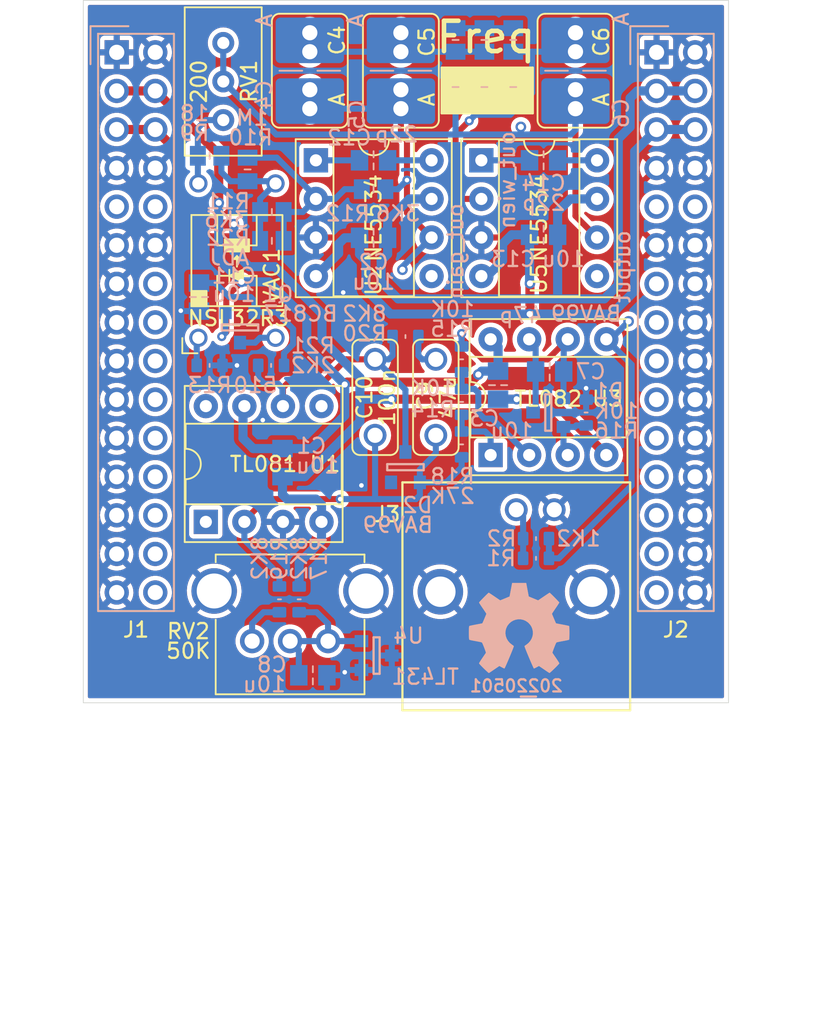
<source format=kicad_pcb>
(kicad_pcb (version 20211014) (generator pcbnew)
  (layers (0 "F.Cu" signal) (31 "B.Cu" signal) (34 "B.Paste" user) (35 "F.Paste" user) (36 "B.SilkS" user "B.Silkscreen") (37 "F.SilkS" user "F.Silkscreen") (38 "B.Mask" user) (39 "F.Mask" user) (44 "Edge.Cuts" user))
  (net 0 "")
  (net 1 "GND")
  (net 2 "-15V")
  (net 3 "+15V")
  (net 29 "/OUT_GAIN")
  (net 30 "Net-(C4-Pad2)")
  (net 31 "/OUTPUT")
  (net 32 "Net-(J3-Pad1)")
  (net 33 "Net-(R3-Pad2)")
  (net 34 "Net-(C6-Pad1)")
  (net 35 "Net-(R9-Pad1)")
  (net 36 "Net-(R10-Pad1)")
  (net 37 "Net-(C7-Pad1)")
  (net 38 "Net-(C7-Pad2)")
  (net 39 "Net-(C10-Pad1)")
  (net 40 "Net-(R13-Pad2)")
  (net 41 "/GAIN")
  (net 42 "Net-(C8-Pad2)")
  (net 43 "Net-(C10-Pad2)")
  (net 44 "Net-(C9-Pad2)")
  (net 45 "Net-(D1-Pad2)")
  (net 46 "Net-(C11-Pad2)")
  (net 47 "/GAIN_INPUT")
  (net 48 "Net-(R19-Pad2)")
  (net 50 "Net-(C12-Pad1)")
  (net 51 "Net-(R14-Pad2)")
  (net 52 "/+15_OSC")
  (net 53 "/-15_OSC")
  (net 54 "Net-(C12-Pad2)")
  (net 55 "/OUT_BRIDGE")
  (net 56 "Net-(C14-Pad1)")
  (net 57 "Net-(C14-Pad2)")
  (net 58 "Net-(R6-Pad1)")
  (net 59 "Net-(R10-Pad2)")
  (footprint "SquantorRcl:C-025_050-050X100-0805-3516-film" (layer "F.Cu") (at 157.5 73.6 90)
    (fp_text reference "C4")
    (fp_text value "A")
  )
  (footprint "SquantorLabels:Label_Note_medium" (layer "F.Cu") (at 166.1875 74.9)
    (fp_text reference "N3" hide)
    (fp_text value "Freq")
  )
  (footprint "Package_DIP:DIP-8_W7.62mm_Socket" (layer "F.Cu") (at 150.65 103.3 90)
    (fp_text reference "U1")
    (fp_text value "TL081")
  )
  (footprint "SquantorRcl:C-050-030X100-film" (layer "F.Cu") (at 161.8 95.1 90)
    (fp_text reference "C10")
    (fp_text value "100n")
  )
  (footprint "Potentiometer_THT:Potentiometer_Bourns_3296W_Vertical" (layer "F.Cu") (at 151.8 76.85 -90)
    (fp_text reference "RV1")
    (fp_text value "200")
  )
  (footprint "SquantorRcl:C-025_050-050X100-0805-3516-film" (layer "F.Cu") (at 163.5 73.6 90)
    (fp_text reference "C5")
    (fp_text value "A")
  )
  (footprint "SquantorRcl:C-025_050-050X100-0805-3516-film" (layer "F.Cu") (at 175 73.6 -90)
    (fp_text reference "C6")
    (fp_text value "A")
  )
  (footprint "SquantorOpto:NSL32SR3" (layer "F.Cu") (at 152.7 86.1 90)
    (fp_text reference "VAC1")
    (fp_text value "NSL32R3")
  )
  (footprint "Package_DIP:DIP-8_W7.62mm_Socket" (layer "F.Cu") (at 168.8 79.5)
    (fp_text reference "U5")
    (fp_text value "NE5534")
  )
  (footprint "SquantorRcl:C-050-030X100-film" (layer "F.Cu") (at 165.8 95.1 90)
    (fp_text reference "C9")
    (fp_text value "47u")
  )
  (footprint "SquantorConnectorsNamed:module_2x15_right" (layer "F.Cu") (at 181.61 90.17)
    (fp_text reference "J2")
    (fp_text value "module_2x15_right_input")
  )
  (footprint "SquantorRcl:POT_ALPS_RK09K111" (layer "F.Cu") (at 156.2 107.85)
    (fp_text reference "RV2")
    (fp_text value "50K")
  )
  (footprint "SquantorConnectors:Conn_BNC_RightAngle_TH" (layer "F.Cu") (at 171.1 107.9 180)
    (fp_text reference "J3")
    (fp_text value "Coax")
  )
  (footprint "Package_DIP:DIP-8_W7.62mm_Socket" (layer "F.Cu") (at 157.9 79.5)
    (fp_text reference "U2")
    (fp_text value "NE5534")
  )
  (footprint "SquantorConnectorsNamed:module_2x15_left" (layer "F.Cu") (at 146.05 90.17)
    (fp_text reference "J1")
    (fp_text value "module_2x15_left_input")
  )
  (footprint "Package_DIP:DIP-8_W7.62mm_Socket" (layer "F.Cu") (at 169.41 98.9 90)
    (fp_text reference "U3")
    (fp_text value "TL082")
  )
  (footprint "SquantorLabels:Label_Generic" (layer "B.Cu") (at 171.9 114.2 180)
    (fp_text reference "N1" hide)
    (fp_text value "20220501")
  )
  (footprint "Symbol:OSHW-Symbol_6.7x6mm_SilkScreen" (layer "B.Cu") (at 171.3 110.3 180)
    (fp_text reference "N2" hide)
    (fp_text value "OHWLOGO" hide)
  )
  (footprint "SquantorRcl:C_0805+0603" (layer "B.Cu") (at 169.9 94.3 90)
    (fp_text reference "C3")
    (fp_text value "10u")
  )
  (footprint "SquantorIC:SOT23-3" (layer "B.Cu") (at 161.9 112.1)
    (fp_text reference "U4")
    (fp_text value "TL431")
  )
  (footprint "SquantorRcl:R_0603_hand" (layer "B.Cu") (at 172.4 104.4)
    (fp_text reference "R2")
    (fp_text value "1K2")
  )
  (footprint "SquantorRcl:R_0805+0603" (layer "B.Cu") (at 170.9 74.675 90)
    (fp_text reference "R7")
    (fp_text value "D")
  )
  (footprint "SquantorRcl:R_0603_hand" (layer "B.Cu") (at 172.4 105.7)
    (fp_text reference "R1")
    (fp_text value "1K2")
  )
  (footprint "SquantorRcl:R_0805+0603" (layer "B.Cu") (at 169 71.575 90)
    (fp_text reference "R4")
    (fp_text value "C/2")
  )
  (footprint "SquantorRcl:R_0805+0603" (layer "B.Cu") (at 155 84.8)
    (fp_text reference "R22")
    (fp_text value "ADJ")
  )
  (footprint "SquantorIC:SOT23-3" (layer "B.Cu") (at 152.9 90.5 -90)
    (fp_text reference "Q1")
    (fp_text value "BC817")
  )
  (footprint "SquantorRcl:R_0603_hand" (layer "B.Cu") (at 167.5 95.4 90)
    (fp_text reference "R14")
    (fp_text value "10K")
  )
  (footprint "SquantorTestPoints:TestPoint_hole_H04R07" (layer "B.Cu") (at 178.5 90.1 180)
    (fp_text reference "TP3" hide)
    (fp_text value "output")
  )
  (footprint "SquantorRcl:R_0603_hand" (layer "B.Cu") (at 155.5 108.4 -90)
    (fp_text reference "R19")
    (fp_text value "8K2")
  )
  (footprint "SquantorRcl:C_0805+0603" (layer "B.Cu") (at 172.9 84.4)
    (fp_text reference "C13")
    (fp_text value "10u")
  )
  (footprint "SquantorRcl:R_0603_hand" (layer "B.Cu") (at 154.95 93 180)
    (fp_text reference "R21")
    (fp_text value "2K2")
  )
  (footprint "SquantorTestPoints:TestPoint_hole_H04R07" (layer "B.Cu") (at 163.6 86.7 180)
    (fp_text reference "TP1" hide)
    (fp_text value "out_gain")
  )
  (footprint "SquantorIC:SOT23-3" (layer "B.Cu") (at 173.21 96.1 180)
    (fp_text reference "D1")
    (fp_text value "BAV99")
  )
  (footprint "SquantorRcl:C_0805+0603" (layer "B.Cu") (at 150.2 88.5 90)
    (fp_text reference "C11")
    (fp_text value "10u")
  )
  (footprint "SquantorRcl:R_0603_hand" (layer "B.Cu") (at 167.5 98.2 90)
    (fp_text reference "R18")
    (fp_text value "27K")
  )
  (footprint "SquantorRcl:R_0805+0603" (layer "B.Cu") (at 167.1 71.575 90)
    (fp_text reference "R3")
    (fp_text value "B/2")
  )
  (footprint "SquantorRcl:R_0805+0603" (layer "B.Cu") (at 150.9 79.2)
    (fp_text reference "R9")
    (fp_text value "18")
  )
  (footprint "SquantorRcl:R_0805+0603" (layer "B.Cu") (at 161.7 81.4)
    (fp_text reference "R12")
    (fp_text value "3K6")
  )
  (footprint "SquantorRcl:R_0805+0603" (layer "B.Cu") (at 170.9 71.575 -90)
    (fp_text reference "R5")
    (fp_text value "D/2")
  )
  (footprint "SquantorRcl:R_0805+0603" (layer "B.Cu") (at 153.4 80.1 90)
    (fp_text reference "R10")
    (fp_text value "1M")
  )
  (footprint "SquantorRcl:R_0603_hand" (layer "B.Cu") (at 156.8 108.4 90)
    (fp_text reference "R17")
    (fp_text value "8K2")
  )
  (footprint "SquantorRcl:R_0805+0603" (layer "B.Cu") (at 167.1 74.675 -90)
    (fp_text reference "R6")
    (fp_text value "B")
  )
  (footprint "SquantorRcl:R_0805+0603" (layer "B.Cu") (at 155 82.9)
    (fp_text reference "R11")
    (fp_text value "3K6")
  )
  (footprint "SquantorRcl:C_0805+0603" (layer "B.Cu") (at 161.7 79.5)
    (fp_text reference "C12")
    (fp_text value "22p")
  )
  (footprint "SquantorRcl:R_0805+0603" (layer "B.Cu") (at 169 74.675 -90)
    (fp_text reference "R8")
    (fp_text value "C")
  )
  (footprint "SquantorRcl:C_0805+0603" (layer "B.Cu") (at 172.9 79.5)
    (fp_text reference "C14")
    (fp_text value "22p")
  )
  (footprint "SquantorRcl:C_0805+0603" (layer "B.Cu") (at 161.7 84.6)
    (fp_text reference "C2")
    (fp_text value "10u")
  )
  (footprint "SquantorTestPoints:TestPoint_hole_H04R07" (layer "B.Cu") (at 171.4 77.3 180)
    (fp_text reference "TP2" hide)
    (fp_text value "out_wien")
  )
  (footprint "SquantorRcl:C_0805+0603" (layer "B.Cu") (at 157.7 113.4 180)
    (fp_text reference "C8")
    (fp_text value "10u")
  )
  (footprint "SquantorRcl:C_0805+0603" (layer "B.Cu") (at 173.3 93.4)
    (fp_text reference "C7")
    (fp_text value "47p")
  )
  (footprint "SquantorRcl:R_0603_hand" (layer "B.Cu") (at 175.7 96.1 -90)
    (fp_text reference "R16")
    (fp_text value "10K")
  )
  (footprint "SquantorRcl:R_0603_hand" (layer "B.Cu") (at 167.5 92.6 90)
    (fp_text reference "R15")
    (fp_text value "10K")
  )
  (footprint "SquantorRcl:C_0805+0603" (layer "B.Cu") (at 155.7 99.4 90)
    (fp_text reference "C1")
    (fp_text value "10u")
  )
  (footprint "SquantorIC:SOT23-3" (layer "B.Cu") (at 163.8 99.7 90)
    (fp_text reference "D2")
    (fp_text value "BAV99")
  )
  (footprint "SquantorRcl:R_0603_hand" (layer "B.Cu") (at 150.9 93 180)
    (fp_text reference "R13")
    (fp_text value "510")
  )
  (footprint "SquantorRcl:R_0603_hand" (layer "B.Cu") (at 163.8 91.1)
    (fp_text reference "R20")
    (fp_text value "8K2")
  )
  (gr_rect (start 142.58 68.97) (end 185.08 115.21) (layer "Edge.Cuts") (width 0.05) (fill none))
  (via (at 154.4 96.6) (size 0.6) (drill 0.3) (layers "F.Cu" "B.Cu") (net 1))
  (via (at 160.9 100.9) (size 0.6) (drill 0.3) (layers "F.Cu" "B.Cu") (net 1))
  (via (at 159.8 113.2) (size 0.6) (drill 0.3) (layers "F.Cu" "B.Cu") (net 1))
  (via (at 149 89.4) (size 0.6) (drill 0.3) (layers "F.Cu" "B.Cu") (net 1))
  (via (at 152.7 93) (size 0.6) (drill 0.3) (layers "F.Cu" "B.Cu") (net 1))
  (via (at 159.7 88.2) (size 0.6) (drill 0.3) (layers "F.Cu" "B.Cu") (net 1))
  (via (at 175.7 94.5) (size 0.6) (drill 0.3) (layers "F.Cu" "B.Cu") (net 1))
  (segment (start 147.32 77.47) (end 148.8 78.95) (width 0.6) (layer "F.Cu") (net 2))
  (segment (start 162.875 95.225) (end 171.125001 95.225001) (width 0.6) (layer "F.Cu") (net 2))
  (segment (start 177.03 98.9) (end 173.355001 95.225001) (width 0.6) (layer "F.Cu") (net 2))
  (segment (start 144.78 77.47) (end 147.32 77.47) (width 0.6) (layer "F.Cu") (net 2))
  (segment (start 148.8 81.4) (end 151.1 83.7) (width 0.6) (layer "F.Cu") (net 2))
  (segment (start 173.355001 95.225001) (end 171.125001 95.225001) (width 0.6) (layer "F.Cu") (net 2))
  (segment (start 151.1 83.7) (end 152.5 83.7) (width 0.6) (layer "F.Cu") (net 2))
  (segment (start 148.8 78.95) (end 148.8 81.4) (width 0.6) (layer "F.Cu") (net 2))
  (via (at 162.875 95.225) (size 0.7) (drill 0.4) (layers "F.Cu" "B.Cu") (net 2))
  (via (at 171.125001 95.225001) (size 0.7) (drill 0.4) (layers "F.Cu" "B.Cu") (net 2))
  (via (at 152.5 83.7) (size 0.7) (drill 0.4) (layers "F.Cu" "B.Cu") (net 2))
  (segment (start 158.3 89.6) (end 158.3 91.3) (width 0.6) (layer "B.Cu") (net 2))
  (segment (start 160.8 95.05) (end 160.975 95.225) (width 0.6) (layer "B.Cu") (net 2))
  (segment (start 152.5 83.7) (end 152.5 85.5) (width 0.6) (layer "B.Cu") (net 2))
  (segment (start 156 101.8) (end 157.9 101.8) (width 0.6) (layer "B.Cu") (net 2))
  (segment (start 155.7 100.325) (end 155.7 101.5) (width 0.6) (layer "B.Cu") (net 2))
  (segment (start 160.8 93.8) (end 160.8 95.05) (width 0.6) (layer "B.Cu") (net 2))
  (segment (start 158.27 104.53) (end 156.8 106) (width 0.6) (layer "B.Cu") (net 2))
  (segment (start 158.27 102.17) (end 158.27 103.3) (width 0.6) (layer "B.Cu") (net 2))
  (segment (start 152.5 85.5) (end 153.5 86.5) (width 0.6) (layer "B.Cu") (net 2))
  (segment (start 160.975 95.225) (end 162.875 95.225) (width 0.6) (layer "B.Cu") (net 2))
  (segment (start 153.5 86.5) (end 155.2 86.5) (width 0.6) (layer "B.Cu") (net 2))
  (segment (start 158.3 91.3) (end 160.8 93.8) (width 0.6) (layer "B.Cu") (net 2))
  (segment (start 157.165811 100.325) (end 155.7 100.325) (width 0.6) (layer "B.Cu") (net 2))
  (segment (start 157.9 101.8) (end 158.27 102.17) (width 0.6) (layer "B.Cu") (net 2))
  (segment (start 158.27 103.3) (end 158.27 104.53) (width 0.6) (layer "B.Cu") (net 2))
  (segment (start 155.2 86.5) (end 158.3 89.6) (width 0.6) (layer "B.Cu") (net 2))
  (segment (start 156.8 106) (end 156.8 107.55) (width 0.6) (layer "B.Cu") (net 2))
  (segment (start 160.8 96.690811) (end 157.165811 100.325) (width 0.6) (layer "B.Cu") (net 2))
  (segment (start 155.7 101.5) (end 156 101.8) (width 0.6) (layer "B.Cu") (net 2))
  (segment (start 160.8 95) (end 160.8 96.690811) (width 0.6) (layer "B.Cu") (net 2))
  (segment (start 169.9 95.225) (end 171.125001 95.225001) (width 0.6) (layer "B.Cu") (net 2))
  (segment (start 159.800001 94.257496) (end 159.957497 94.1) (width 0.6) (layer "F.Cu") (net 3))
  (segment (start 159.957497 94.1) (end 168.1 94.1) (width 0.6) (layer "F.Cu") (net 3))
  (segment (start 151.5 79.1) (end 151.500001 82.299999) (width 0.6) (layer "F.Cu") (net 3))
  (segment (start 147.32 74.93) (end 147.33 74.93) (width 0.6) (layer "F.Cu") (net 3))
  (segment (start 152 88.5) (end 153 87.5) (width 0.4) (layer "F.Cu") (net 3))
  (segment (start 168.1 94.1) (end 168.6 93.6) (width 0.6) (layer "F.Cu") (net 3))
  (segment (start 152 90.8) (end 152 88.5) (width 0.4) (layer "F.Cu") (net 3))
  (segment (start 151.7 91.1) (end 152 90.8) (width 0.4) (layer "F.Cu") (net 3))
  (segment (start 144.78 74.93) (end 147.32 74.93) (width 0.6) (layer "F.Cu") (net 3))
  (segment (start 147.33 74.93) (end 151.5 79.1) (width 0.6) (layer "F.Cu") (net 3))
  (via (at 159.800001 94.257496) (size 0.7) (drill 0.4) (layers "F.Cu" "B.Cu") (net 3))
  (via (at 153 87.5) (size 0.7) (drill 0.4) (layers "F.Cu" "B.Cu") (net 3))
  (via (at 151.500001 82.299999) (size 0.7) (drill 0.4) (layers "F.Cu" "B.Cu") (net 3))
  (via (at 168.6 93.6) (size 0.7) (drill 0.4) (layers "F.Cu" "B.Cu") (net 3))
  (via (at 151.7 91.1) (size 0.6) (drill 0.3) (layers "F.Cu" "B.Cu") (net 3))
  (segment (start 159.8 96.3) (end 159.800001 94.257496) (width 0.6) (layer "B.Cu") (net 3))
  (segment (start 153 87.5) (end 154.8 87.5) (width 0.6) (layer "B.Cu") (net 3))
  (segment (start 157.3 91.757495) (end 159.800001 94.257496) (width 0.6) (layer "B.Cu") (net 3))
  (segment (start 168.825 93.375) (end 168.6 93.6) (width 0.6) (layer "B.Cu") (net 3))
  (segment (start 153 87.5) (end 151.500001 86.000001) (width 0.6) (layer "B.Cu") (net 3))
  (segment (start 151.500001 86.000001) (end 151.500001 82.299999) (width 0.6) (layer "B.Cu") (net 3))
  (segment (start 153.775 98.475) (end 153.1 97.8) (width 0.6) (layer "B.Cu") (net 3))
  (segment (start 169.9 93.375) (end 169.9 91.77) (width 0.6) (layer "B.Cu") (net 3))
  (segment (start 153.1 97.8) (end 153.1 95.77) (width 0.6) (layer "B.Cu") (net 3))
  (segment (start 155.7 98.475) (end 157.625 98.475) (width 0.6) (layer "B.Cu") (net 3))
  (segment (start 155.7 98.475) (end 153.775 98.475) (width 0.6) (layer "B.Cu") (net 3))
  (segment (start 157.3 90) (end 157.3 91.757495) (width 0.6) (layer "B.Cu") (net 3))
  (segment (start 169.9 93.375) (end 168.825 93.375) (width 0.6) (layer "B.Cu") (net 3))
  (segment (start 153.1 95.77) (end 153.19 95.68) (width 0.6) (layer "B.Cu") (net 3))
  (segment (start 154.8 87.5) (end 157.3 90) (width 0.6) (layer "B.Cu") (net 3))
  (segment (start 169.9 91.77) (end 169.41 91.28) (width 0.6) (layer "B.Cu") (net 3))
  (segment (start 157.625 98.475) (end 159.8 96.3) (width 0.6) (layer "B.Cu") (net 3))
  (segment (start 151.95 89.5) (end 151.95 90.85) (width 0.4) (layer "B.Cu") (net 3))
  (segment (start 151.95 90.85) (end 151.7 91.1) (width 0.4) (layer "B.Cu") (net 3))
  (segment (start 163.5 77.8) (end 163.5 76.1) (width 0.4) (layer "F.Cu") (net 29))
  (segment (start 163.9 82.96) (end 165.52 84.58) (width 0.4) (layer "F.Cu") (net 29))
  (segment (start 163.9 80.8) (end 163.9 78.2) (width 0.4) (layer "F.Cu") (net 29))
  (segment (start 163.9 78.2) (end 163.5 77.8) (width 0.4) (layer "F.Cu") (net 29))
  (segment (start 163.9 80.8) (end 163.9 82.96) (width 0.4) (layer "F.Cu") (net 29))
  (via (at 163.9 80.8) (size 0.6) (drill 0.3) (layers "F.Cu" "B.Cu") (net 29))
  (segment (start 165.52 84.58) (end 163.6 86.5) (width 0.4) (layer "B.Cu") (net 29))
  (segment (start 157.5 76.1) (end 163.5 76.1) (width 0.4) (layer "B.Cu") (net 29))
  (segment (start 162.475 81.4) (end 163.3 81.4) (width 0.4) (layer "B.Cu") (net 29))
  (segment (start 163.3 81.4) (end 163.9 80.8) (width 0.4) (layer "B.Cu") (net 29))
  (segment (start 163.6 86.5) (end 163.6 86.7) (width 0.4) (layer "B.Cu") (net 29))
  (segment (start 157.5 72.35) (end 163.5 72.35) (width 0.4) (layer "B.Cu") (net 30))
  (segment (start 167.1 72.35) (end 169 72.35) (width 0.4) (layer "B.Cu") (net 30))
  (segment (start 167.1 72.35) (end 163.5 72.35) (width 0.4) (layer "B.Cu") (net 30))
  (segment (start 177.32 91.28) (end 178.5 90.1) (width 0.4) (layer "B.Cu") (net 31))
  (segment (start 173.9 105.7) (end 178.7 100.9) (width 0.4) (layer "B.Cu") (net 31))
  (segment (start 178.7 100.9) (end 178.7 92.95) (width 0.4) (layer "B.Cu") (net 31))
  (segment (start 177.03 91.28) (end 177.32 91.28) (width 0.4) (layer "B.Cu") (net 31))
  (segment (start 173.25 105.7) (end 173.25 104.4) (width 0.4) (layer "B.Cu") (net 31))
  (segment (start 173.25 105.7) (end 173.9 105.7) (width 0.4) (layer "B.Cu") (net 31))
  (segment (start 178.7 92.95) (end 177.03 91.28) (width 0.4) (layer "B.Cu") (net 31))
  (segment (start 171.55 105.7) (end 171.55 104.4) (width 0.4) (layer "B.Cu") (net 32))
  (segment (start 171.55 104.4) (end 171.55 102.95) (width 0.4) (layer "B.Cu") (net 32))
  (segment (start 171.55 102.95) (end 171.1 102.5) (width 0.4) (layer "B.Cu") (net 32))
  (segment (start 167.1 70.8) (end 169 70.8) (width 0.4) (layer "B.Cu") (net 33))
  (segment (start 169 70.8) (end 170.9 70.8) (width 0.4) (layer "B.Cu") (net 33))
  (segment (start 167.1 77.8) (end 167.1 81.5) (width 0.4) (layer "F.Cu") (net 34))
  (segment (start 167.64 82.04) (end 168.8 82.04) (width 0.4) (layer "F.Cu") (net 34))
  (segment (start 168 76.9) (end 167.1 77.8) (width 0.4) (layer "F.Cu") (net 34))
  (segment (start 167.1 81.5) (end 167.64 82.04) (width 0.4) (layer "F.Cu") (net 34))
  (via (at 168 76.9) (size 0.6) (drill 0.3) (layers "F.Cu" "B.Cu") (net 34))
  (segment (start 171.75 75.45) (end 172.15 75.05) (width 0.4) (layer "B.Cu") (net 34))
  (segment (start 170.9 76.3) (end 170.7 76.5) (width 0.4) (layer "B.Cu") (net 34))
  (segment (start 168.4 76.5) (end 168 76.9) (width 0.4) (layer "B.Cu") (net 34))
  (segment (start 175 72.35) (end 172.15 72.35) (width 0.4) (layer "B.Cu") (net 34))
  (segment (start 172.15 75.05) (end 172.15 72.35) (width 0.4) (layer "B.Cu") (net 34))
  (segment (start 170.7 76.5) (end 168.4 76.5) (width 0.4) (layer "B.Cu") (net 34))
  (segment (start 172.15 72.35) (end 170.9 72.35) (width 0.4) (layer "B.Cu") (net 34))
  (segment (start 170.9 75.45) (end 171.75 75.45) (width 0.4) (layer "B.Cu") (net 34))
  (segment (start 170.9 75.45) (end 170.9 76.3) (width 0.4) (layer "B.Cu") (net 34))
  (segment (start 150.65 76.85) (end 150.125 77.375) (width 0.4) (layer "B.Cu") (net 35))
  (segment (start 151.8 76.85) (end 150.65 76.85) (width 0.4) (layer "B.Cu") (net 35))
  (segment (start 150.125 77.375) (end 150.125 79.2) (width 0.4) (layer "B.Cu") (net 35))
  (segment (start 150.125 80.985) (end 150.125 79.2) (width 0.4) (layer "B.Cu") (net 35))
  (segment (start 150.16 81.02) (end 150.125 80.985) (width 0.4) (layer "B.Cu") (net 35))
  (segment (start 154.225 82.035) (end 155.24 81.02) (width 0.4) (layer "B.Cu") (net 36))
  (segment (start 154.225 82.9) (end 154.225 82.035) (width 0.4) (layer "B.Cu") (net 36))
  (segment (start 152.275 80.875) (end 151.675 80.275) (width 0.4) (layer "B.Cu") (net 36))
  (segment (start 153.4 80.875) (end 152.275 80.875) (width 0.4) (layer "B.Cu") (net 36))
  (segment (start 155.095 80.875) (end 155.24 81.02) (width 0.4) (layer "B.Cu") (net 36))
  (segment (start 154.225 82.9) (end 154.225 84.8) (width 0.4) (layer "B.Cu") (net 36))
  (segment (start 153.4 80.875) (end 155.095 80.875) (width 0.4) (layer "B.Cu") (net 36))
  (segment (start 151.675 80.275) (end 151.675 79.2) (width 0.4) (layer "B.Cu") (net 36))
  (segment (start 172.375 95.935) (end 172.375 93.4) (width 0.4) (layer "B.Cu") (net 37))
  (segment (start 171.95 91.28) (end 172.375 91.705) (width 0.4) (layer "B.Cu") (net 37))
  (segment (start 172.375 91.705) (end 172.375 93.4) (width 0.4) (layer "B.Cu") (net 37))
  (segment (start 172.21 96.1) (end 172.375 95.935) (width 0.4) (layer "B.Cu") (net 37))
  (segment (start 173.17 92.6) (end 168.891522 92.6) (width 0.4) (layer "F.Cu") (net 38))
  (segment (start 167.5 91.208478) (end 167.5 90.9) (width 0.4) (layer "F.Cu") (net 38))
  (segment (start 174.49 91.28) (end 173.17 92.6) (width 0.4) (layer "F.Cu") (net 38))
  (segment (start 168.891522 92.6) (end 167.5 91.208478) (width 0.4) (layer "F.Cu") (net 38))
  (via (at 167.5 90.9) (size 0.6) (drill 0.3) (layers "F.Cu" "B.Cu") (net 38))
  (segment (start 167.5 91.75) (end 167.5 90.9) (width 0.4) (layer "B.Cu") (net 38))
  (segment (start 174.21 93.415) (end 174.225 93.4) (width 0.4) (layer "B.Cu") (net 38))
  (segment (start 174.21 95.15) (end 174.21 93.415) (width 0.4) (layer "B.Cu") (net 38))
  (segment (start 174.225 91.545) (end 174.49 91.28) (width 0.4) (layer "B.Cu") (net 38))
  (segment (start 174.225 93.4) (end 174.225 91.545) (width 0.4) (layer "B.Cu") (net 38))
  (segment (start 153.19 103.3) (end 153.19 103.21) (width 0.4) (layer "F.Cu") (net 39))
  (segment (start 154.6 101.8) (end 159.5 101.8) (width 0.4) (layer "F.Cu") (net 39))
  (segment (start 153.19 103.21) (end 154.6 101.8) (width 0.4) (layer "F.Cu") (net 39))
  (via (at 159.5 101.8) (size 0.6) (drill 0.3) (layers "F.Cu" "B.Cu") (net 39))
  (segment (start 161.8 97.6) (end 161.8 101.8) (width 0.4) (layer "B.Cu") (net 39))
  (segment (start 165.8 98.8) (end 164.75 99.85) (width 0.4) (layer "B.Cu") (net 39))
  (segment (start 167.5 99.7) (end 166.5 100.7) (width 0.4) (layer "B.Cu") (net 39))
  (segment (start 167.5 99.05) (end 167.5 99.7) (width 0.4) (layer "B.Cu") (net 39))
  (segment (start 155.5 106.8) (end 155.5 107.55) (width 0.4) (layer "B.Cu") (net 39))
  (segment (start 153.19 103.3) (end 153.19 104.49) (width 0.4) (layer "B.Cu") (net 39))
  (segment (start 164.75 101.55) (end 164.75 100.7) (width 0.4) (layer "B.Cu") (net 39))
  (segment (start 164.5 101.8) (end 164.75 101.55) (width 0.4) (layer "B.Cu") (net 39))
  (segment (start 166.5 100.7) (end 164.75 100.7) (width 0.4) (layer "B.Cu") (net 39))
  (segment (start 165.8 97.6) (end 165.8 98.8) (width 0.4) (layer "B.Cu") (net 39))
  (segment (start 159.5 101.8) (end 162.2 101.8) (width 0.4) (layer "B.Cu") (net 39))
  (segment (start 162.1 101.8) (end 164.5 101.8) (width 0.4) (layer "B.Cu") (net 39))
  (segment (start 153.19 104.49) (end 155.5 106.8) (width 0.4) (layer "B.Cu") (net 39))
  (segment (start 164.75 99.85) (end 164.75 100.7) (width 0.4) (layer "B.Cu") (net 39))
  (segment (start 150.05 93) (end 150.05 91.29) (width 0.4) (layer "B.Cu") (net 40))
  (segment (start 150.05 91.29) (end 150.16 91.18) (width 0.4) (layer "B.Cu") (net 40))
  (segment (start 154.22 91.18) (end 155.24 91.18) (width 0.4) (layer "B.Cu") (net 41))
  (segment (start 152.9 91.5) (end 153.9 91.5) (width 0.4) (layer "B.Cu") (net 41))
  (segment (start 153.9 91.5) (end 154.22 91.18) (width 0.4) (layer "B.Cu") (net 41))
  (segment (start 160.9 111.15) (end 158.7 111.15) (width 0.4) (layer "B.Cu") (net 42))
  (segment (start 157.95 109.25) (end 158.7 110) (width 0.4) (layer "B.Cu") (net 42))
  (segment (start 158.7 111.15) (end 156.2 111.15) (width 0.4) (layer "B.Cu") (net 42))
  (segment (start 156.2 111.15) (end 156.775 111.725) (width 0.4) (layer "B.Cu") (net 42))
  (segment (start 156.775 111.725) (end 156.775 113.4) (width 0.4) (layer "B.Cu") (net 42))
  (segment (start 158.7 110) (end 158.7 111.15) (width 0.4) (layer "B.Cu") (net 42))
  (segment (start 156.8 109.25) (end 157.95 109.25) (width 0.4) (layer "B.Cu") (net 42))
  (segment (start 161.8 92.6) (end 159.9 92.6) (width 0.4) (layer "F.Cu") (net 43))
  (segment (start 158.3 94.2) (end 156 94.2) (width 0.4) (layer "F.Cu") (net 43))
  (segment (start 159.9 92.6) (end 158.3 94.2) (width 0.4) (layer "F.Cu") (net 43))
  (segment (start 155.73 94.47) (end 155.73 95.68) (width 0.4) (layer "F.Cu") (net 43))
  (segment (start 156 94.2) (end 155.73 94.47) (width 0.4) (layer "F.Cu") (net 43))
  (segment (start 155.4 94.2) (end 155.7 94.5) (width 0.4) (layer "B.Cu") (net 43))
  (segment (start 154.5 94.2) (end 155.4 94.2) (width 0.4) (layer "B.Cu") (net 43))
  (segment (start 154.1 93) (end 154.1 93.8) (width 0.4) (layer "B.Cu") (net 43))
  (segment (start 154.1 93.8) (end 154.5 94.2) (width 0.4) (layer "B.Cu") (net 43))
  (segment (start 162.95 92.35) (end 162.7 92.6) (width 0.4) (layer "B.Cu") (net 43))
  (segment (start 155.7 94.5) (end 155.7 95.65) (width 0.4) (layer "B.Cu") (net 43))
  (segment (start 155.7 95.65) (end 155.73 95.68) (width 0.4) (layer "B.Cu") (net 43))
  (segment (start 162.7 92.6) (end 161.8 92.6) (width 0.4) (layer "B.Cu") (net 43))
  (segment (start 163.8 98.7) (end 163.8 94.6) (width 0.4) (layer "B.Cu") (net 43))
  (segment (start 163.8 94.6) (end 161.8 92.6) (width 0.4) (layer "B.Cu") (net 43))
  (segment (start 162.95 91.1) (end 162.95 92.35) (width 0.4) (layer "B.Cu") (net 43))
  (segment (start 164.9 92.6) (end 165.8 92.6) (width 0.4) (layer "B.Cu") (net 44))
  (segment (start 164.65 91.1) (end 164.65 92.35) (width 0.4) (layer "B.Cu") (net 44))
  (segment (start 164.65 92.35) (end 164.9 92.6) (width 0.4) (layer "B.Cu") (net 44))
  (segment (start 174.95 97.05) (end 174.21 97.05) (width 0.4) (layer "B.Cu") (net 45))
  (segment (start 174.21 97.05) (end 174.21 98.62) (width 0.4) (layer "B.Cu") (net 45))
  (segment (start 174.21 98.62) (end 174.49 98.9) (width 0.4) (layer "B.Cu") (net 45))
  (segment (start 175.05 96.95) (end 174.95 97.05) (width 0.4) (layer "B.Cu") (net 45))
  (segment (start 175.7 96.95) (end 175.05 96.95) (width 0.4) (layer "B.Cu") (net 45))
  (segment (start 153.85 88.75) (end 153.6 88.5) (width 0.4) (layer "B.Cu") (net 46))
  (segment (start 153.6 88.5) (end 152.2 88.5) (width 0.4) (layer "B.Cu") (net 46))
  (segment (start 153.85 89.5) (end 153.85 88.75) (width 0.4) (layer "B.Cu") (net 46))
  (segment (start 155.8 93) (end 155.8 92.2) (width 0.4) (layer "B.Cu") (net 46))
  (segment (start 151.275 87.575) (end 150.2 87.575) (width 0.4) (layer "B.Cu") (net 46))
  (segment (start 156.4 91.6) (end 156.4 90.6) (width 0.4) (layer "B.Cu") (net 46))
  (segment (start 155.8 92.2) (end 156.4 91.6) (width 0.4) (layer "B.Cu") (net 46))
  (segment (start 152.2 88.5) (end 151.275 87.575) (width 0.4) (layer "B.Cu") (net 46))
  (segment (start 156.4 90.6) (end 155.3 89.5) (width 0.4) (layer "B.Cu") (net 46))
  (segment (start 155.3 89.5) (end 153.85 89.5) (width 0.4) (layer "B.Cu") (net 46))
  (segment (start 169.41 97.71) (end 169.05 97.35) (width 0.4) (layer "B.Cu") (net 47))
  (segment (start 169.05 97.35) (end 167.5 97.35) (width 0.4) (layer "B.Cu") (net 47))
  (segment (start 167.5 97.35) (end 167.5 96.25) (width 0.4) (layer "B.Cu") (net 47))
  (segment (start 169.41 98.9) (end 169.41 97.71) (width 0.4) (layer "B.Cu") (net 47))
  (segment (start 154.45 109.25) (end 155.5 109.25) (width 0.4) (layer "B.Cu") (net 48))
  (segment (start 153.7 110) (end 154.45 109.25) (width 0.4) (layer "B.Cu") (net 48))
  (segment (start 153.7 111.15) (end 153.7 110) (width 0.4) (layer "B.Cu") (net 48))
  (segment (start 157.9 79.5) (end 160.775 79.5) (width 0.4) (layer "B.Cu") (net 50))
  (segment (start 168.35 94.55) (end 168.6 94.8) (width 0.4) (layer "B.Cu") (net 51))
  (segment (start 168.6 94.8) (end 168.6 96.1) (width 0.4) (layer "B.Cu") (net 51))
  (segment (start 167.5 94.55) (end 167.5 93.45) (width 0.4) (layer "B.Cu") (net 51))
  (segment (start 169 96.5) (end 169.5 96.5) (width 0.4) (layer "B.Cu") (net 51))
  (segment (start 169.5 96.5) (end 171.9 98.9) (width 0.4) (layer "B.Cu") (net 51))
  (segment (start 171.9 98.9) (end 171.95 98.9) (width 0.4) (layer "B.Cu") (net 51))
  (segment (start 168.6 96.1) (end 169 96.5) (width 0.4) (layer "B.Cu") (net 51))
  (segment (start 167.5 94.55) (end 168.35 94.55) (width 0.4) (layer "B.Cu") (net 51))
  (segment (start 173.825 84.4) (end 173.825 82.875) (width 0.6) (layer "B.Cu") (net 52))
  (segment (start 177.82 78.08) (end 177.82 87.699899) (width 0.6) (layer "B.Cu") (net 52))
  (segment (start 180.34 74.93) (end 179.07 74.93) (width 0.6) (layer "B.Cu") (net 52))
  (segment (start 176.899899 88.62) (end 173.82 88.62) (width 0.6) (layer "B.Cu") (net 52))
  (segment (start 162.625 85.675) (end 162.625 84.6) (width 0.6) (layer "B.Cu") (net 52))
  (segment (start 173.82 88.62) (end 163.32 88.62) (width 0.6) (layer "B.Cu") (net 52))
  (segment (start 178.6 75.4) (end 178.6 77.3) (width 0.6) (layer "B.Cu") (net 52))
  (segment (start 182.88 74.93) (end 180.34 74.93) (width 0.6) (layer "B.Cu") (net 52))
  (segment (start 179.07 74.93) (end 178.6 75.4) (width 0.6) (layer "B.Cu") (net 52))
  (segment (start 162.625 84.6) (end 162.625 83.475) (width 0.6) (layer "B.Cu") (net 52))
  (segment (start 163.32 88.62) (end 162.2 87.5) (width 0.6) (layer "B.Cu") (net 52))
  (segment (start 173.825 88.615) (end 173.82 88.62) (width 0.6) (layer "B.Cu") (net 52))
  (segment (start 162.2 87.5) (end 162.2 86.1) (width 0.6) (layer "B.Cu") (net 52))
  (segment (start 162.2 86.1) (end 162.625 85.675) (width 0.6) (layer "B.Cu") (net 52))
  (segment (start 164.06 82.04) (end 165.52 82.04) (width 0.6) (layer "B.Cu") (net 52))
  (segment (start 174.66 82.04) (end 176.42 82.04) (width 0.6) (layer "B.Cu") (net 52))
  (segment (start 178.6 77.3) (end 177.82 78.08) (width 0.6) (layer "B.Cu") (net 52))
  (segment (start 177.82 87.699899) (end 176.899899 88.62) (width 0.6) (layer "B.Cu") (net 52))
  (segment (start 162.625 83.475) (end 164.06 82.04) (width 0.6) (layer "B.Cu") (net 52))
  (segment (start 173.825 84.4) (end 173.825 88.615) (width 0.6) (layer "B.Cu") (net 52))
  (segment (start 173.825 82.875) (end 174.66 82.04) (width 0.6) (layer "B.Cu") (net 52))
  (segment (start 172 89.6) (end 172 87.6) (width 0.6) (layer "F.Cu") (net 53))
  (segment (start 171.980499 89.619501) (end 172 89.6) (width 0.6) (layer "F.Cu") (net 53))
  (via (at 172 87.6) (size 0.7) (drill 0.4) (layers "F.Cu" "B.Cu") (net 53))
  (via (at 171.980499 89.619501) (size 0.7) (drill 0.4) (layers "F.Cu" "B.Cu") (net 53))
  (segment (start 162.819501 89.619501) (end 161.2 88) (width 0.6) (layer "B.Cu") (net 53))
  (segment (start 182.88 77.47) (end 180.34 77.47) (width 0.6) (layer "B.Cu") (net 53))
  (segment (start 171.975 87.575) (end 172 87.6) (width 0.6) (layer "B.Cu") (net 53))
  (segment (start 170.8 84.4) (end 170.2 85) (width 0.6) (layer "B.Cu") (net 53))
  (segment (start 159.4 85.62) (end 157.9 87.12) (width 0.6) (layer "B.Cu") (net 53))
  (segment (start 178.899501 78.910499) (end 178.899501 88.100499) (width 0.6) (layer "B.Cu") (net 53))
  (segment (start 159.4 85) (end 159.4 85.62) (width 0.6) (layer "B.Cu") (net 53))
  (segment (start 177.380499 89.619501) (end 162.819501 89.619501) (width 0.6) (layer "B.Cu") (net 53))
  (segment (start 171.975 84.4) (end 171.975 87.575) (width 0.6) (layer "B.Cu") (net 53))
  (segment (start 180.34 77.47) (end 178.899501 78.910499) (width 0.6) (layer "B.Cu") (net 53))
  (segment (start 170.2 86.1) (end 169.18 87.12) (width 0.6) (layer "B.Cu") (net 53))
  (segment (start 159.8 84.6) (end 159.4 85) (width 0.6) (layer "B.Cu") (net 53))
  (segment (start 160.775 85.675) (end 160.775 84.6) (width 0.6) (layer "B.Cu") (net 53))
  (segment (start 178.899501 88.100499) (end 177.380499 89.619501) (width 0.6) (layer "B.Cu") (net 53))
  (segment (start 161.2 88) (end 161.2 86.1) (width 0.6) (layer "B.Cu") (net 53))
  (segment (start 171.975 84.4) (end 170.8 84.4) (width 0.6) (layer "B.Cu") (net 53))
  (segment (start 169.18 87.12) (end 168.8 87.12) (width 0.6) (layer "B.Cu") (net 53))
  (segment (start 160.775 84.6) (end 159.8 84.6) (width 0.6) (layer "B.Cu") (net 53))
  (segment (start 161.2 86.1) (end 160.775 85.675) (width 0.6) (layer "B.Cu") (net 53))
  (segment (start 170.2 85) (end 170.2 86.1) (width 0.6) (layer "B.Cu") (net 53))
  (segment (start 162.625 79.5) (end 165.52 79.5) (width 0.4) (layer "B.Cu") (net 54))
  (segment (start 176.42 84.58) (end 175 83.16) (width 0.4) (layer "F.Cu") (net 55))
  (segment (start 175 83.16) (end 175 76.1) (width 0.4) (layer "F.Cu") (net 55))
  (segment (start 167.1 77.8) (end 171.4 77.8) (width 0.4) (layer "B.Cu") (net 55))
  (segment (start 151.8 71.77) (end 151.8 74.31) (width 0.4) (layer "B.Cu") (net 55))
  (segment (start 151.8 74.31) (end 155.29 77.8) (width 0.4) (layer "B.Cu") (net 55))
  (segment (start 167.1 75.45) (end 169 75.45) (width 0.4) (layer "B.Cu") (net 55))
  (segment (start 175 77.5) (end 175 76.1) (width 0.4) (layer "B.Cu") (net 55))
  (segment (start 171.4 77.8) (end 174.7 77.8) (width 0.4) (layer "B.Cu") (net 55))
  (segment (start 171.4 77.3) (end 171.4 77.8) (width 0.4) (layer "B.Cu") (net 55))
  (segment (start 167.1 75.45) (end 167.1 77.8) (width 0.4) (layer "B.Cu") (net 55))
  (segment (start 174.7 77.8) (end 175 77.5) (width 0.4) (layer "B.Cu") (net 55))
  (segment (start 155.29 77.8) (end 167.1 77.8) (width 0.4) (layer "B.Cu") (net 55))
  (segment (start 171.975 79.5) (end 168.8 79.5) (width 0.4) (layer "B.Cu") (net 56))
  (segment (start 176.42 79.5) (end 173.825 79.5) (width 0.4) (layer "B.Cu") (net 57))
  (segment (start 167.1 73.9) (end 170.9 73.9) (width 0.4) (layer "B.Cu") (net 58))
  (segment (start 160.925 81.4) (end 159.8 81.4) (width 0.4) (layer "B.Cu") (net 59))
  (segment (start 157.9 81.9) (end 155.325 79.325) (width 0.4) (layer "B.Cu") (net 59))
  (segment (start 157.9 82.04) (end 157.9 81.9) (width 0.4) (layer "B.Cu") (net 59))
  (segment (start 155.325 79.325) (end 153.4 79.325) (width 0.4) (layer "B.Cu") (net 59))
  (segment (start 159.8 81.4) (end 159.16 82.04) (width 0.4) (layer "B.Cu") (net 59))
  (segment (start 159.16 82.04) (end 157.9 82.04) (width 0.4) (layer "B.Cu") (net 59))
  (segment (start 157.04 82.9) (end 157.9 82.04) (width 0.4) (layer "B.Cu") (net 59))
  (segment (start 155.775 84.8) (end 155.775 82.9) (width 0.4) (layer "B.Cu") (net 59))
  (segment (start 155.775 82.9) (end 157.04 82.9) (width 0.4) (layer "B.Cu") (net 59))
  (zone (net 1) (net_name "GND") (layers F&B.Cu) (connect_pads (clearance 0.3)) (min_thickness 0.2) (fill yes (thermal_gap 0.3) (thermal_bridge_width 0.4))
    (polygon (pts (xy 185.08 115.21) (xy 142.58 115.21) (xy 142.58 68.97) (xy 185.1 68.97)))
  )
)
</source>
